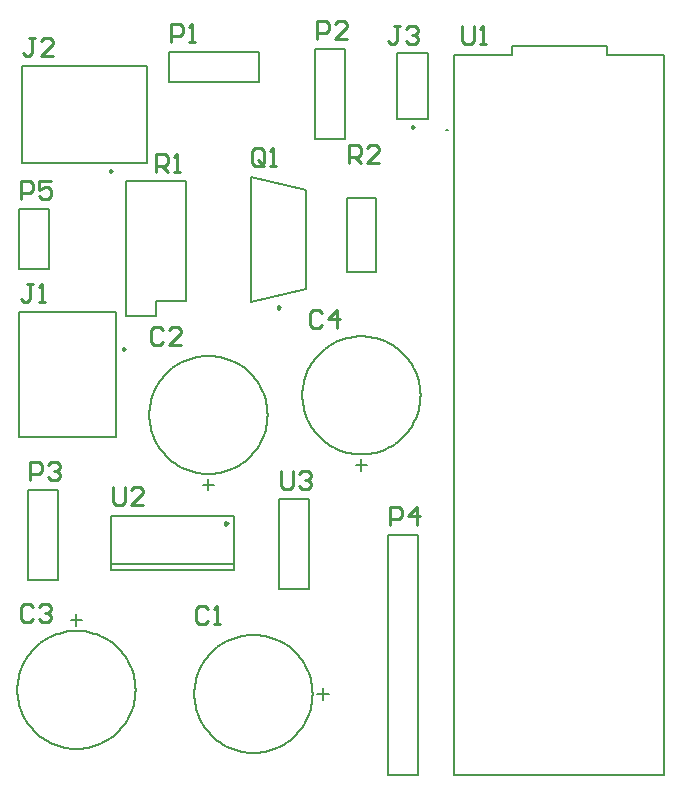
<source format=gto>
G04*
G04 #@! TF.GenerationSoftware,Altium Limited,Altium Designer,22.8.2 (66)*
G04*
G04 Layer_Color=65535*
%FSLAX25Y25*%
%MOIN*%
G70*
G04*
G04 #@! TF.SameCoordinates,013CEF1E-E844-4C8F-9221-5B29E727AB2A*
G04*
G04*
G04 #@! TF.FilePolarity,Positive*
G04*
G01*
G75*
%ADD10C,0.00787*%
%ADD11C,0.00984*%
%ADD12C,0.00500*%
%ADD13C,0.01000*%
D10*
X45685Y32342D02*
X45660Y33339D01*
X45584Y34334D01*
X45458Y35323D01*
X45282Y36305D01*
X45057Y37276D01*
X44783Y38235D01*
X44460Y39179D01*
X44090Y40105D01*
X43674Y41011D01*
X43212Y41895D01*
X42706Y42755D01*
X42157Y43588D01*
X41567Y44392D01*
X40936Y45164D01*
X40268Y45904D01*
X39563Y46610D01*
X38823Y47278D01*
X38050Y47909D01*
X37246Y48499D01*
X36413Y49048D01*
X35554Y49554D01*
X34670Y50015D01*
X33763Y50432D01*
X32837Y50802D01*
X31893Y51125D01*
X30934Y51399D01*
X29963Y51624D01*
X28981Y51800D01*
X27992Y51926D01*
X26997Y52002D01*
X26000Y52027D01*
X25003Y52002D01*
X24009Y51926D01*
X23020Y51800D01*
X22038Y51624D01*
X21066Y51399D01*
X20107Y51125D01*
X19164Y50802D01*
X18237Y50432D01*
X17331Y50015D01*
X16447Y49554D01*
X15588Y49048D01*
X14755Y48499D01*
X13951Y47909D01*
X13178Y47278D01*
X12438Y46610D01*
X11733Y45904D01*
X11064Y45164D01*
X10434Y44392D01*
X9843Y43588D01*
X9295Y42755D01*
X8789Y41895D01*
X8327Y41011D01*
X7911Y40105D01*
X7541Y39179D01*
X7218Y38235D01*
X6944Y37276D01*
X6718Y36305D01*
X6542Y35323D01*
X6416Y34334D01*
X6340Y33339D01*
X6315Y32342D01*
X6341Y31345D01*
X6416Y30351D01*
X6542Y29361D01*
X6718Y28380D01*
X6944Y27408D01*
X7218Y26449D01*
X7541Y25505D01*
X7911Y24579D01*
X8327Y23673D01*
X8789Y22789D01*
X9295Y21929D01*
X9844Y21097D01*
X10434Y20293D01*
X11064Y19520D01*
X11733Y18780D01*
X12438Y18075D01*
X13178Y17406D01*
X13951Y16776D01*
X14755Y16185D01*
X15588Y15637D01*
X16447Y15131D01*
X17331Y14669D01*
X18237Y14253D01*
X19164Y13882D01*
X20107Y13560D01*
X21066Y13286D01*
X22038Y13060D01*
X23020Y12884D01*
X24009Y12758D01*
X25003Y12682D01*
X26000Y12657D01*
X26997Y12682D01*
X27992Y12758D01*
X28981Y12884D01*
X29963Y13060D01*
X30935Y13286D01*
X31893Y13560D01*
X32837Y13882D01*
X33763Y14253D01*
X34670Y14669D01*
X35554Y15131D01*
X36413Y15637D01*
X37246Y16185D01*
X38050Y16776D01*
X38823Y17406D01*
X39563Y18075D01*
X40268Y18780D01*
X40937Y19520D01*
X41567Y20293D01*
X42157Y21097D01*
X42706Y21930D01*
X43212Y22789D01*
X43674Y23673D01*
X44090Y24579D01*
X44460Y25506D01*
X44783Y26449D01*
X45057Y27408D01*
X45282Y28380D01*
X45458Y29361D01*
X45584Y30351D01*
X45660Y31345D01*
X45685Y32342D01*
X140685Y130500D02*
X140659Y131497D01*
X140584Y132492D01*
X140458Y133481D01*
X140282Y134463D01*
X140056Y135434D01*
X139782Y136393D01*
X139459Y137337D01*
X139089Y138263D01*
X138673Y139170D01*
X138211Y140053D01*
X137705Y140913D01*
X137156Y141746D01*
X136566Y142550D01*
X135936Y143323D01*
X135267Y144063D01*
X134562Y144768D01*
X133822Y145437D01*
X133049Y146067D01*
X132245Y146657D01*
X131412Y147206D01*
X130553Y147712D01*
X129669Y148174D01*
X128763Y148590D01*
X127836Y148960D01*
X126893Y149283D01*
X125934Y149557D01*
X124962Y149782D01*
X123980Y149958D01*
X122991Y150084D01*
X121997Y150160D01*
X121000Y150185D01*
X120003Y150160D01*
X119008Y150084D01*
X118019Y149958D01*
X117037Y149782D01*
X116066Y149557D01*
X115107Y149283D01*
X114163Y148960D01*
X113237Y148590D01*
X112330Y148174D01*
X111446Y147712D01*
X110587Y147206D01*
X109754Y146657D01*
X108950Y146067D01*
X108177Y145437D01*
X107437Y144768D01*
X106732Y144063D01*
X106063Y143323D01*
X105433Y142550D01*
X104843Y141746D01*
X104294Y140913D01*
X103788Y140053D01*
X103326Y139170D01*
X102910Y138263D01*
X102540Y137337D01*
X102217Y136393D01*
X101943Y135434D01*
X101718Y134463D01*
X101542Y133481D01*
X101416Y132492D01*
X101340Y131497D01*
X101315Y130500D01*
X101340Y129503D01*
X101416Y128509D01*
X101542Y127519D01*
X101718Y126538D01*
X101943Y125566D01*
X102217Y124607D01*
X102540Y123664D01*
X102910Y122737D01*
X103326Y121831D01*
X103788Y120947D01*
X104294Y120088D01*
X104843Y119255D01*
X105433Y118451D01*
X106063Y117678D01*
X106732Y116938D01*
X107437Y116233D01*
X108177Y115564D01*
X108950Y114934D01*
X109754Y114344D01*
X110587Y113795D01*
X111446Y113289D01*
X112331Y112827D01*
X113237Y112411D01*
X114163Y112041D01*
X115107Y111718D01*
X116066Y111444D01*
X117037Y111218D01*
X118019Y111042D01*
X119008Y110916D01*
X120003Y110840D01*
X121000Y110815D01*
X121997Y110841D01*
X122991Y110916D01*
X123981Y111042D01*
X124962Y111218D01*
X125934Y111444D01*
X126893Y111718D01*
X127837Y112041D01*
X128763Y112411D01*
X129669Y112827D01*
X130553Y113289D01*
X131412Y113795D01*
X132245Y114344D01*
X133049Y114934D01*
X133822Y115564D01*
X134562Y116233D01*
X135267Y116938D01*
X135936Y117678D01*
X136566Y118451D01*
X137156Y119255D01*
X137705Y120088D01*
X138211Y120947D01*
X138673Y121831D01*
X139089Y122738D01*
X139459Y123664D01*
X139782Y124607D01*
X140056Y125566D01*
X140282Y126538D01*
X140458Y127520D01*
X140584Y128509D01*
X140659Y129503D01*
X140685Y130500D01*
X149886Y219063D02*
X149098D01*
X149886D01*
X89685Y124000D02*
X89660Y124997D01*
X89584Y125992D01*
X89458Y126981D01*
X89282Y127963D01*
X89056Y128934D01*
X88782Y129893D01*
X88459Y130837D01*
X88089Y131763D01*
X87673Y132669D01*
X87211Y133554D01*
X86705Y134413D01*
X86156Y135246D01*
X85566Y136050D01*
X84936Y136823D01*
X84267Y137563D01*
X83562Y138268D01*
X82822Y138936D01*
X82049Y139567D01*
X81245Y140157D01*
X80412Y140706D01*
X79553Y141212D01*
X78669Y141674D01*
X77763Y142090D01*
X76836Y142460D01*
X75893Y142783D01*
X74934Y143057D01*
X73962Y143282D01*
X72980Y143458D01*
X71991Y143584D01*
X70997Y143660D01*
X70000Y143685D01*
X69003Y143660D01*
X68008Y143584D01*
X67019Y143458D01*
X66037Y143282D01*
X65066Y143057D01*
X64107Y142783D01*
X63163Y142460D01*
X62237Y142090D01*
X61330Y141674D01*
X60447Y141212D01*
X59587Y140706D01*
X58754Y140157D01*
X57950Y139567D01*
X57177Y138936D01*
X56437Y138268D01*
X55732Y137563D01*
X55063Y136823D01*
X54433Y136050D01*
X53843Y135246D01*
X53294Y134413D01*
X52788Y133554D01*
X52326Y132669D01*
X51910Y131763D01*
X51540Y130837D01*
X51217Y129893D01*
X50943Y128934D01*
X50718Y127963D01*
X50542Y126981D01*
X50416Y125992D01*
X50340Y124997D01*
X50315Y124000D01*
X50340Y123003D01*
X50416Y122009D01*
X50542Y121019D01*
X50718Y120038D01*
X50943Y119066D01*
X51217Y118107D01*
X51540Y117164D01*
X51910Y116237D01*
X52326Y115331D01*
X52788Y114447D01*
X53294Y113588D01*
X53843Y112755D01*
X54433Y111951D01*
X55063Y111178D01*
X55732Y110438D01*
X56437Y109733D01*
X57177Y109064D01*
X57950Y108434D01*
X58754Y107843D01*
X59587Y107295D01*
X60447Y106789D01*
X61331Y106327D01*
X62237Y105911D01*
X63163Y105541D01*
X64107Y105218D01*
X65066Y104944D01*
X66037Y104718D01*
X67019Y104542D01*
X68008Y104416D01*
X69003Y104341D01*
X70000Y104315D01*
X70997Y104341D01*
X71991Y104416D01*
X72981Y104542D01*
X73962Y104718D01*
X74934Y104944D01*
X75893Y105218D01*
X76837Y105541D01*
X77763Y105911D01*
X78669Y106327D01*
X79553Y106789D01*
X80412Y107295D01*
X81245Y107844D01*
X82049Y108434D01*
X82822Y109064D01*
X83562Y109733D01*
X84267Y110438D01*
X84936Y111178D01*
X85566Y111951D01*
X86156Y112755D01*
X86705Y113588D01*
X87211Y114447D01*
X87673Y115331D01*
X88089Y116237D01*
X88459Y117164D01*
X88782Y118107D01*
X89056Y119066D01*
X89282Y120038D01*
X89458Y121020D01*
X89584Y122009D01*
X89660Y123003D01*
X89685Y124000D01*
X104685Y31000D02*
X104659Y31997D01*
X104584Y32991D01*
X104458Y33981D01*
X104282Y34962D01*
X104056Y35934D01*
X103782Y36893D01*
X103459Y37836D01*
X103089Y38763D01*
X102673Y39669D01*
X102211Y40553D01*
X101705Y41412D01*
X101156Y42245D01*
X100566Y43049D01*
X99936Y43822D01*
X99267Y44562D01*
X98562Y45267D01*
X97822Y45936D01*
X97049Y46566D01*
X96245Y47156D01*
X95412Y47705D01*
X94553Y48211D01*
X93669Y48673D01*
X92763Y49089D01*
X91836Y49459D01*
X90893Y49782D01*
X89934Y50056D01*
X88962Y50282D01*
X87981Y50458D01*
X86991Y50584D01*
X85997Y50659D01*
X85000Y50685D01*
X84003Y50659D01*
X83008Y50584D01*
X82019Y50458D01*
X81037Y50282D01*
X80066Y50056D01*
X79107Y49782D01*
X78163Y49459D01*
X77237Y49089D01*
X76331Y48673D01*
X75446Y48211D01*
X74587Y47705D01*
X73754Y47156D01*
X72950Y46566D01*
X72177Y45936D01*
X71437Y45267D01*
X70732Y44562D01*
X70064Y43822D01*
X69433Y43049D01*
X68843Y42245D01*
X68294Y41412D01*
X67788Y40553D01*
X67326Y39669D01*
X66910Y38763D01*
X66540Y37836D01*
X66217Y36893D01*
X65943Y35934D01*
X65718Y34962D01*
X65542Y33981D01*
X65416Y32991D01*
X65340Y31997D01*
X65315Y31000D01*
X65340Y30003D01*
X65416Y29008D01*
X65542Y28019D01*
X65718Y27037D01*
X65943Y26065D01*
X66217Y25107D01*
X66540Y24163D01*
X66910Y23237D01*
X67326Y22331D01*
X67788Y21446D01*
X68294Y20587D01*
X68843Y19754D01*
X69433Y18950D01*
X70064Y18177D01*
X70732Y17437D01*
X71437Y16732D01*
X72177Y16063D01*
X72950Y15433D01*
X73754Y14843D01*
X74587Y14294D01*
X75446Y13788D01*
X76331Y13326D01*
X77237Y12910D01*
X78163Y12540D01*
X79107Y12217D01*
X80066Y11943D01*
X81037Y11718D01*
X82019Y11542D01*
X83008Y11416D01*
X84003Y11340D01*
X85000Y11315D01*
X85997Y11340D01*
X86991Y11416D01*
X87981Y11542D01*
X88962Y11718D01*
X89934Y11943D01*
X90893Y12217D01*
X91837Y12540D01*
X92763Y12910D01*
X93669Y13326D01*
X94553Y13788D01*
X95412Y14294D01*
X96245Y14843D01*
X97049Y15433D01*
X97822Y16064D01*
X98562Y16732D01*
X99267Y17437D01*
X99936Y18177D01*
X100566Y18950D01*
X101156Y19754D01*
X101705Y20587D01*
X102211Y21447D01*
X102673Y22331D01*
X103089Y23237D01*
X103459Y24163D01*
X103782Y25107D01*
X104056Y26066D01*
X104282Y27037D01*
X104458Y28019D01*
X104584Y29008D01*
X104659Y30003D01*
X104685Y31000D01*
X24032Y55571D02*
X27968D01*
X26000Y53602D02*
Y57539D01*
X119032Y107272D02*
X122968D01*
X121000Y105303D02*
Y109240D01*
X62500Y162000D02*
Y202000D01*
X52500Y162000D02*
X62500D01*
X52500Y157000D02*
Y162000D01*
X42500Y157000D02*
X52500D01*
X42500D02*
Y202000D01*
X62500D01*
X132803Y222516D02*
Y244484D01*
X143197D01*
Y222516D02*
Y244484D01*
X132803Y222516D02*
X143197D01*
X6858Y158205D02*
X39142D01*
Y116472D02*
Y158205D01*
X6858Y116472D02*
X39142D01*
X6858D02*
Y158205D01*
X70000Y98803D02*
Y102740D01*
X68032Y100772D02*
X71969D01*
X106260Y31000D02*
X110197D01*
X108228Y29032D02*
Y32969D01*
X57000Y245000D02*
X87000D01*
X57000Y235000D02*
Y245000D01*
Y235000D02*
X87000D01*
Y245000D01*
X105500Y216000D02*
Y246000D01*
Y216000D02*
X115500D01*
Y246000D01*
X105500D02*
X115500D01*
X37528Y74248D02*
X78472D01*
X78473Y72280D02*
Y90390D01*
X37528D02*
X78472D01*
X37528Y72280D02*
Y90390D01*
Y72280D02*
X78472D01*
X10000Y69000D02*
Y99000D01*
Y69000D02*
X20000D01*
Y99000D01*
X10000D02*
X20000D01*
X103500Y66000D02*
Y96000D01*
X93500D02*
X103500D01*
X93500Y66000D02*
Y96000D01*
Y66000D02*
X103500D01*
X130000Y4000D02*
X140000D01*
X130000D02*
Y84000D01*
X140000D01*
Y4000D02*
Y84000D01*
X49547Y207858D02*
Y240142D01*
X7815Y207858D02*
X49547D01*
X7815D02*
Y240142D01*
X49547D01*
X84150Y161791D02*
X102457Y165933D01*
X84150Y161988D02*
Y203012D01*
Y203209D02*
X102457Y199067D01*
Y165933D02*
Y199067D01*
X116276Y196402D02*
X125724D01*
Y171598D02*
Y196402D01*
X116276Y171598D02*
Y196402D01*
Y171598D02*
X125724D01*
X7000Y192500D02*
X17000D01*
Y172500D02*
Y192500D01*
X7000Y172500D02*
X17000D01*
X7000D02*
Y192500D01*
D11*
X138492Y220016D02*
X137754Y220442D01*
Y219590D01*
X138492Y220016D01*
X42193Y146000D02*
X41455Y146426D01*
Y145574D01*
X42193Y146000D01*
X76406Y87831D02*
X75667Y88257D01*
Y87405D01*
X76406Y87831D01*
X37835Y205299D02*
X37097Y205725D01*
Y204873D01*
X37835Y205299D01*
X93795Y159823D02*
X93057Y160249D01*
Y159397D01*
X93795Y159823D01*
D12*
X202760Y244063D02*
X221894D01*
X151894D02*
X171028D01*
Y246819D02*
X202760D01*
Y244063D02*
Y246819D01*
X171028Y244063D02*
Y246819D01*
X151894Y4063D02*
Y244063D01*
Y4063D02*
X221894D01*
Y244063D01*
D13*
X11500Y59999D02*
X10501Y60999D01*
X8501D01*
X7502Y59999D01*
Y56001D01*
X8501Y55001D01*
X10501D01*
X11500Y56001D01*
X13500Y59999D02*
X14499Y60999D01*
X16499D01*
X17498Y59999D01*
Y59000D01*
X16499Y58000D01*
X15499D01*
X16499D01*
X17498Y57000D01*
Y56001D01*
X16499Y55001D01*
X14499D01*
X13500Y56001D01*
X108000Y157999D02*
X107001Y158999D01*
X105001D01*
X104002Y157999D01*
Y154001D01*
X105001Y153001D01*
X107001D01*
X108000Y154001D01*
X112999Y153001D02*
Y158999D01*
X110000Y156000D01*
X113998D01*
X52501Y205001D02*
Y210999D01*
X55500D01*
X56500Y209999D01*
Y208000D01*
X55500Y207000D01*
X52501D01*
X54501D02*
X56500Y205001D01*
X58499D02*
X60499D01*
X59499D01*
Y210999D01*
X58499Y209999D01*
X134000Y253499D02*
X132001D01*
X133001D01*
Y248501D01*
X132001Y247501D01*
X131001D01*
X130002Y248501D01*
X136000Y252499D02*
X136999Y253499D01*
X138999D01*
X139998Y252499D01*
Y251500D01*
X138999Y250500D01*
X137999D01*
X138999D01*
X139998Y249500D01*
Y248501D01*
X138999Y247501D01*
X136999D01*
X136000Y248501D01*
X154501Y253499D02*
Y248501D01*
X155501Y247501D01*
X157500D01*
X158500Y248501D01*
Y253499D01*
X160499Y247501D02*
X162499D01*
X161499D01*
Y253499D01*
X160499Y252499D01*
X94100Y105398D02*
Y100400D01*
X95100Y99400D01*
X97099D01*
X98099Y100400D01*
Y105398D01*
X100098Y104398D02*
X101098Y105398D01*
X103097D01*
X104097Y104398D01*
Y103399D01*
X103097Y102399D01*
X102097D01*
X103097D01*
X104097Y101399D01*
Y100400D01*
X103097Y99400D01*
X101098D01*
X100098Y100400D01*
X38100Y99798D02*
Y94800D01*
X39100Y93800D01*
X41099D01*
X42099Y94800D01*
Y99798D01*
X48097Y93800D02*
X44098D01*
X48097Y97799D01*
Y98798D01*
X47097Y99798D01*
X45098D01*
X44098Y98798D01*
X116800Y207900D02*
Y213898D01*
X119799D01*
X120799Y212898D01*
Y210899D01*
X119799Y209899D01*
X116800D01*
X118799D02*
X120799Y207900D01*
X126797D02*
X122798D01*
X126797Y211899D01*
Y212898D01*
X125797Y213898D01*
X123798D01*
X122798Y212898D01*
X88399Y208000D02*
Y211998D01*
X87399Y212998D01*
X85400D01*
X84400Y211998D01*
Y208000D01*
X85400Y207000D01*
X87399D01*
X86399Y208999D02*
X88399Y207000D01*
X87399D02*
X88399Y208000D01*
X90398Y207000D02*
X92397D01*
X91398D01*
Y212998D01*
X90398Y211998D01*
X7600Y195900D02*
Y201898D01*
X10599D01*
X11599Y200898D01*
Y198899D01*
X10599Y197899D01*
X7600D01*
X17597Y201898D02*
X13598D01*
Y198899D01*
X15597Y199899D01*
X16597D01*
X17597Y198899D01*
Y196900D01*
X16597Y195900D01*
X14598D01*
X13598Y196900D01*
X130600Y87400D02*
Y93398D01*
X133599D01*
X134599Y92398D01*
Y90399D01*
X133599Y89399D01*
X130600D01*
X139597Y87400D02*
Y93398D01*
X136598Y90399D01*
X140597D01*
X10600Y102400D02*
Y108398D01*
X13599D01*
X14599Y107398D01*
Y105399D01*
X13599Y104399D01*
X10600D01*
X16598Y107398D02*
X17598Y108398D01*
X19597D01*
X20597Y107398D01*
Y106399D01*
X19597Y105399D01*
X18597D01*
X19597D01*
X20597Y104399D01*
Y103400D01*
X19597Y102400D01*
X17598D01*
X16598Y103400D01*
X106100Y249400D02*
Y255398D01*
X109099D01*
X110099Y254398D01*
Y252399D01*
X109099Y251399D01*
X106100D01*
X116097Y249400D02*
X112098D01*
X116097Y253399D01*
Y254398D01*
X115097Y255398D01*
X113098D01*
X112098Y254398D01*
X57600Y248400D02*
Y254398D01*
X60599D01*
X61599Y253398D01*
Y251399D01*
X60599Y250399D01*
X57600D01*
X63598Y248400D02*
X65597D01*
X64598D01*
Y254398D01*
X63598Y253398D01*
X12299Y249598D02*
X10299D01*
X11299D01*
Y244600D01*
X10299Y243600D01*
X9300D01*
X8300Y244600D01*
X18297Y243600D02*
X14298D01*
X18297Y247599D01*
Y248598D01*
X17297Y249598D01*
X15298D01*
X14298Y248598D01*
X11399Y167698D02*
X9399D01*
X10399D01*
Y162700D01*
X9399Y161700D01*
X8400D01*
X7400Y162700D01*
X13398Y161700D02*
X15397D01*
X14398D01*
Y167698D01*
X13398Y166698D01*
X54799Y152198D02*
X53799Y153198D01*
X51800D01*
X50800Y152198D01*
Y148200D01*
X51800Y147200D01*
X53799D01*
X54799Y148200D01*
X60797Y147200D02*
X56798D01*
X60797Y151199D01*
Y152198D01*
X59797Y153198D01*
X57798D01*
X56798Y152198D01*
X69799Y59198D02*
X68799Y60198D01*
X66800D01*
X65800Y59198D01*
Y55200D01*
X66800Y54200D01*
X68799D01*
X69799Y55200D01*
X71798Y54200D02*
X73797D01*
X72798D01*
Y60198D01*
X71798Y59198D01*
M02*

</source>
